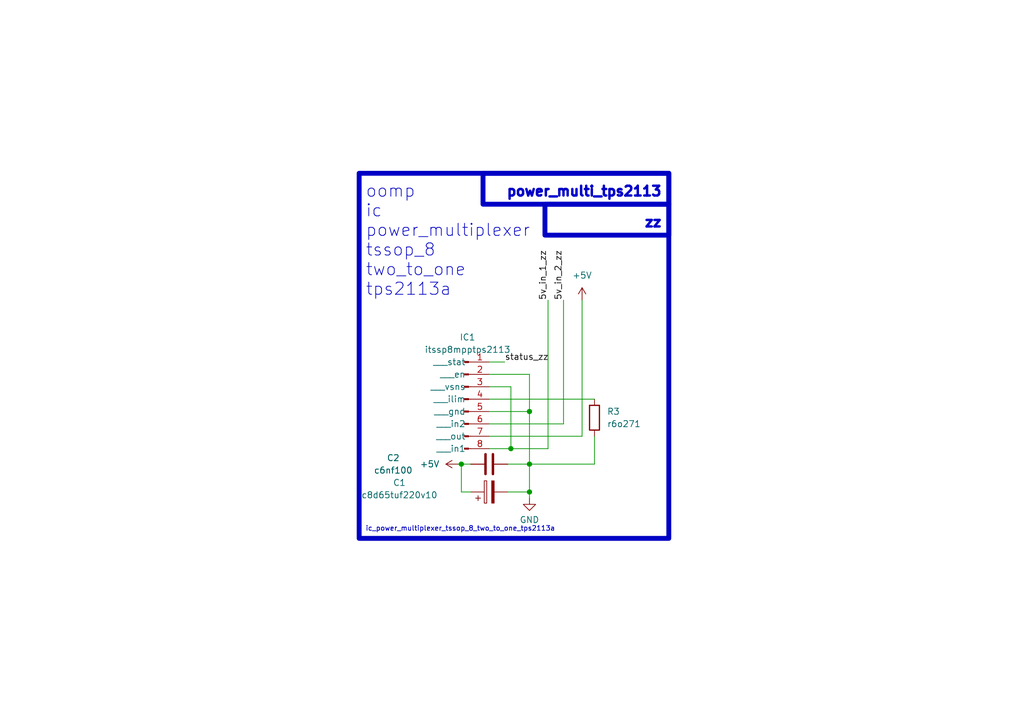
<source format=kicad_sch>
(kicad_sch (version 20230121) (generator eeschema)
  (paper "A5")
  (lib_symbols
    (symbol "oomlout_oomp_part_symbols:c6nf100_electronic_capacitor_0603_100_nano_farad" (pin_numbers hide) (pin_names (offset 0.254))
      (property "Reference" "C" (at 0.635 2.54 0))
      (property "Value" "c6nf100_electronic_capacitor_0603_100_nano_farad" (at 0.635 -2.54 0))
      (symbol "c6nf100_electronic_capacitor_0603_100_nano_farad_0_1"
        (polyline (pts (xy -2.032 -0.762) (xy 2.032 -0.762)) (stroke (width 0.508)))
        (polyline (pts (xy -2.032 0.762) (xy 2.032 0.762)) (stroke (width 0.508)))
      )
      (symbol "c6nf100_electronic_capacitor_0603_100_nano_farad_1_1"
        (pin passive line (at 0 3.81 270) (length 2.794) (name "~") (number "1"))
        (pin passive line (at 0 -3.81 90) (length 2.794) (name "~") (number "2"))
      )
    )
    (symbol "oomlout_oomp_part_symbols:c8d65tuf220v10_electronic_capacitor_8_mm_diameter_6_5_mm_tall_electrolytic_220_micro_farad_10_volt" (pin_numbers hide) (pin_names (offset 0.254))
      (property "Reference" "C" (at 0.635 2.54 0))
      (property "Value" "c8d65tuf220v10_electronic_capacitor_8_mm_diameter_6_5_mm_tall_electrolytic_220_micro_farad_10_volt" (at 0.635 -2.54 0))
      (symbol "c8d65tuf220v10_electronic_capacitor_8_mm_diameter_6_5_mm_tall_electrolytic_220_micro_farad_10_volt_0_1"
        (rectangle (start -2.286 0.508) (end 2.286 1.016))
        (polyline (pts (xy -1.778 2.286) (xy -0.762 2.286)))
        (polyline (pts (xy -1.27 2.794) (xy -1.27 1.778)))
        (rectangle (start 2.286 -0.508) (end -2.286 -1.016) (fill (type outline)))
      )
      (symbol "c8d65tuf220v10_electronic_capacitor_8_mm_diameter_6_5_mm_tall_electrolytic_220_micro_farad_10_volt_1_1"
        (pin passive line (at 0 3.81 270) (length 2.794) (name "~") (number "1"))
        (pin passive line (at 0 -3.81 90) (length 2.794) (name "~") (number "2"))
      )
    )
    (symbol "oomlout_oomp_part_symbols:itssp8mpptps2113_electronic_ic_tssop_8_multiplexer_power_multiplexer_texas_instruments_tps2113apw" (pin_names (offset 1.016))
      (property "Reference" "IC" (at 0 10.16 0))
      (property "Value" "itssp8mpptps2113_electronic_ic_tssop_8_multiplexer_power_multiplexer_texas_instruments_tps2113apw" (at 0 -12.7 0))
      (symbol "itssp8mpptps2113_electronic_ic_tssop_8_multiplexer_power_multiplexer_texas_instruments_tps2113apw_1_1"
        (polyline (pts (xy 1.27 -10.16) (xy 0.8636 -10.16)) (stroke (width 0.1524)))
        (polyline (pts (xy 1.27 -7.62) (xy 0.8636 -7.62)) (stroke (width 0.1524)))
        (polyline (pts (xy 1.27 -5.08) (xy 0.8636 -5.08)) (stroke (width 0.1524)))
        (polyline (pts (xy 1.27 -2.54) (xy 0.8636 -2.54)) (stroke (width 0.1524)))
        (polyline (pts (xy 1.27 0) (xy 0.8636 0)) (stroke (width 0.1524)))
        (polyline (pts (xy 1.27 2.54) (xy 0.8636 2.54)) (stroke (width 0.1524)))
        (polyline (pts (xy 1.27 5.08) (xy 0.8636 5.08)) (stroke (width 0.1524)))
        (polyline (pts (xy 1.27 7.62) (xy 0.8636 7.62)) (stroke (width 0.1524)))
        (rectangle (start 0.8636 -10.033) (end 0 -10.287) (stroke (width 0.1524)) (fill (type outline)))
        (rectangle (start 0.8636 -7.493) (end 0 -7.747) (stroke (width 0.1524)) (fill (type outline)))
        (rectangle (start 0.8636 -4.953) (end 0 -5.207) (stroke (width 0.1524)) (fill (type outline)))
        (rectangle (start 0.8636 -2.413) (end 0 -2.667) (stroke (width 0.1524)) (fill (type outline)))
        (rectangle (start 0.8636 0.127) (end 0 -0.127) (stroke (width 0.1524)) (fill (type outline)))
        (rectangle (start 0.8636 2.667) (end 0 2.413) (stroke (width 0.1524)) (fill (type outline)))
        (rectangle (start 0.8636 5.207) (end 0 4.953) (stroke (width 0.1524)) (fill (type outline)))
        (rectangle (start 0.8636 7.747) (end 0 7.493) (stroke (width 0.1524)) (fill (type outline)))
        (pin passive line (at 5.08 7.62 180) (length 3.81) (name "___stat") (number "1"))
        (pin passive line (at 5.08 5.08 180) (length 3.81) (name "___en") (number "2"))
        (pin passive line (at 5.08 2.54 180) (length 3.81) (name "___vsns") (number "3"))
        (pin passive line (at 5.08 0 180) (length 3.81) (name "___ilim") (number "4"))
        (pin passive line (at 5.08 -2.54 180) (length 3.81) (name "___gnd") (number "5"))
        (pin passive line (at 5.08 -5.08 180) (length 3.81) (name "___in2") (number "6"))
        (pin passive line (at 5.08 -7.62 180) (length 3.81) (name "___out") (number "7"))
        (pin passive line (at 5.08 -10.16 180) (length 3.81) (name "___in1") (number "8"))
      )
    )
    (symbol "oomlout_oomp_part_symbols:r6o271_electronic_resistor_0603_270_ohm" (pin_numbers hide) (pin_names (offset 0))
      (property "Reference" "R" (at 2.032 0 90))
      (property "Value" "r6o271_electronic_resistor_0603_270_ohm" (at 0 0 90))
      (symbol "r6o271_electronic_resistor_0603_270_ohm_0_1"
        (rectangle (start -1.016 -2.54) (end 1.016 2.54) (stroke (width 0.254)))
      )
      (symbol "r6o271_electronic_resistor_0603_270_ohm_1_1"
        (pin passive line (at 0 3.81 270) (length 1.27) (name "~") (number "1"))
        (pin passive line (at 0 -3.81 90) (length 1.27) (name "~") (number "2"))
      )
    )
    (symbol "power:+5V" (power) (pin_names (offset 0))
      (property "Value" "+5V" (at 0 3.556 0))
      (symbol "+5V_0_1"
        (polyline (pts (xy -0.762 1.27) (xy 0 2.54)))
        (polyline (pts (xy 0 0) (xy 0 2.54)))
        (polyline (pts (xy 0 2.54) (xy 0.762 1.27)))
      )
      (symbol "+5V_1_1"
        (pin power_in line (at 0 0 90) (length 0) hide (name "+5V") (number "1"))
      )
    )
    (symbol "power:GND" (power) (pin_names (offset 0))
      (property "Value" "GND" (at 0 -3.81 0))
      (symbol "GND_0_1"
        (polyline (pts (xy 0 0) (xy 0 -1.27) (xy 1.27 -1.27) (xy 0 -2.54) (xy -1.27 -1.27) (xy 0 -1.27)))
      )
      (symbol "GND_1_1"
        (pin power_in line (at 0 0 270) (length 0) hide (name "GND") (number "1"))
      )
    )
  )
  (junction (at 108.585 95.25))
  (junction (at 108.585 84.455))
  (junction (at 108.585 100.965))
  (junction (at 104.775 92.075))
  (junction (at 94.615 95.25))
  (wire (pts (xy 100.33 74.295) (xy 103.505 74.295)))
  (wire (pts (xy 104.775 92.075) (xy 104.775 79.375)))
  (wire (pts (xy 119.38 61.595) (xy 119.38 89.535)))
  (wire (pts (xy 108.585 76.835) (xy 108.585 84.455)))
  (wire (pts (xy 108.585 100.965) (xy 108.585 102.235)))
  (wire (pts (xy 121.92 89.535) (xy 121.92 95.25)))
  (wire (pts (xy 94.615 100.965) (xy 94.615 95.25)))
  (wire (pts (xy 96.52 100.965) (xy 94.615 100.965)))
  (wire (pts (xy 100.33 89.535) (xy 119.38 89.535)))
  (wire (pts (xy 100.33 81.915) (xy 121.92 81.915)))
  (wire (pts (xy 108.585 84.455) (xy 100.33 84.455)))
  (wire (pts (xy 104.14 100.965) (xy 108.585 100.965)))
  (wire (pts (xy 115.57 86.995) (xy 100.33 86.995)))
  (wire (pts (xy 104.14 95.25) (xy 108.585 95.25)))
  (wire (pts (xy 100.33 76.835) (xy 108.585 76.835)))
  (wire (pts (xy 93.98 95.25) (xy 94.615 95.25)))
  (wire (pts (xy 112.395 61.595) (xy 112.395 92.075)))
  (wire (pts (xy 108.585 84.455) (xy 108.585 95.25)))
  (wire (pts (xy 94.615 95.25) (xy 96.52 95.25)))
  (wire (pts (xy 121.92 95.25) (xy 108.585 95.25)))
  (wire (pts (xy 100.33 92.075) (xy 104.775 92.075)))
  (wire (pts (xy 108.585 95.25) (xy 108.585 100.965)))
  (wire (pts (xy 104.775 79.375) (xy 100.33 79.375)))
  (wire (pts (xy 104.775 92.075) (xy 112.395 92.075)))
  (wire (pts (xy 115.57 61.595) (xy 115.57 86.995)))
  (rectangle (start 111.76 41.91) (end 137.16 48.26) (stroke (width 1)))
  (rectangle (start 99.06 35.56) (end 137.16 41.91) (stroke (width 1)))
  (rectangle (start 73.66 35.56) (end 137.16 110.49) (stroke (width 1)))
  (text "oomp\nic\npower_multiplexer\ntssop_8\ntwo_to_one\ntps2113a" (at 74.93 60.96 0) (effects (font (size 2.5 2.5)) (justify left bottom)))
  (text "ic_power_multiplexer_tssop_8_two_to_one_tps2113a" (at 74.93 109.22 0) (effects (font (size 1 1)) (justify left bottom)))
  (text "power_multi_tps2113" (at 135.89 40.64 0) (effects (font (size 2 2) (thickness 0.8) bold) (justify right bottom)))
  (text "zz" (at 135.89 46.99 0) (effects (font (size 2 2) (thickness 0.8) bold) (justify right bottom)))
  (label "5v_in_2_zz" (at 115.57 61.595 90))
  (label "status_zz" (at 103.505 74.295 0))
  (label "5v_in_1_zz" (at 112.395 61.595 90))
  (symbol (lib_id "oomlout_oomp_part_symbols:c6nf100_electronic_capacitor_0603_100_nano_farad") (at 100.33 95.25 90) (unit 1)
    (property "Reference" "C2" (at 80.645 93.98 90))
    (property "Value" "c6nf100" (at 80.645 96.52 90))
    (property "Footprint" "oomlout_oomp_part_footprints:c6nf100_electronic_capacitor_0603_100_nano_farad" (effects hide))
    (property "Datasheet" "https://github.com/oomlout/oomlout_oomp_v3/parts/electronic_capacitor_0603_100_nano_farad/datasheet.pdf" (effects hide))
  )
  (symbol (lib_id "oomlout_oomp_part_symbols:c8d65tuf220v10_electronic_capacitor_8_mm_diameter_6_5_mm_tall_electrolytic_220_micro_farad_10_volt") (at 100.33 100.965 90) (unit 1)
    (property "Reference" "C1" (at 81.915 99.06 90))
    (property "Value" "c8d65tuf220v10" (at 81.915 101.6 90))
    (property "Footprint" "oomlout_oomp_part_footprints:c8d65tuf220v10_electronic_capacitor_8_mm_diameter_6_5_mm_tall_electrolytic_220_micro_farad_10_volt" (effects hide))
    (property "Datasheet" "https://github.com/oomlout/oomlout_oomp_v3/parts/electronic_capacitor_8_mm_diameter_6_5_mm_tall_electrolytic_220_micro_farad_10_volt/datasheet.pdf" (effects hide))
  )
  (symbol (lib_id "power:GND") (at 108.585 102.235 0) (unit 1)
    (property "Reference" "#PWR05" (effects hide))
    (property "Value" "GND" (at 108.585 106.68 0))
  )
  (symbol (lib_id "power:+5V") (at 93.98 95.25 90) (unit 1)
    (property "Reference" "#PWR06" (effects hide))
    (property "Value" "+5V" (at 90.17 95.25 90) (effects (justify left)))
  )
  (symbol (lib_id "oomlout_oomp_part_symbols:r6o271_electronic_resistor_0603_270_ohm") (at 121.92 85.725 0) (unit 1)
    (property "Reference" "R3" (at 124.46 84.455 0) (effects (justify left)))
    (property "Value" "r6o271" (at 124.46 86.995 0) (effects (justify left)))
    (property "Footprint" "oomlout_oomp_part_footprints:r6o271_electronic_resistor_0603_270_ohm" (effects hide))
    (property "Datasheet" "https://github.com/oomlout/oomlout_oomp_v3/parts/electronic_resistor_0603_270_ohm/datasheet.pdf" (effects hide))
  )
  (symbol (lib_id "oomlout_oomp_part_symbols:itssp8mpptps2113_electronic_ic_tssop_8_multiplexer_power_multiplexer_texas_instruments_tps2113apw") (at 95.25 81.915 0) (unit 1)
    (property "Reference" "IC1" (at 95.885 69.215 0))
    (property "Value" "itssp8mpptps2113" (at 95.885 71.755 0))
    (property "Footprint" "oomlout_oomp_part_footprints:itssp8mpptps2113_electronic_ic_tssop_8_multiplexer_power_multiplexer_texas_instruments_tps2113apw" (effects hide))
    (property "Datasheet" "https://github.com/oomlout/oomlout_oomp_v3/parts/electronic_ic_tssop_8_multiplexer_power_multiplexer_texas_instruments_tps2113apw/datasheet.pdf" (effects hide))
  )
  (symbol (lib_id "power:+5V") (at 119.38 61.595 0) (unit 1)
    (property "Reference" "#PWR04" (effects hide))
    (property "Value" "+5V" (at 119.38 56.515 0))
  )
)
</source>
